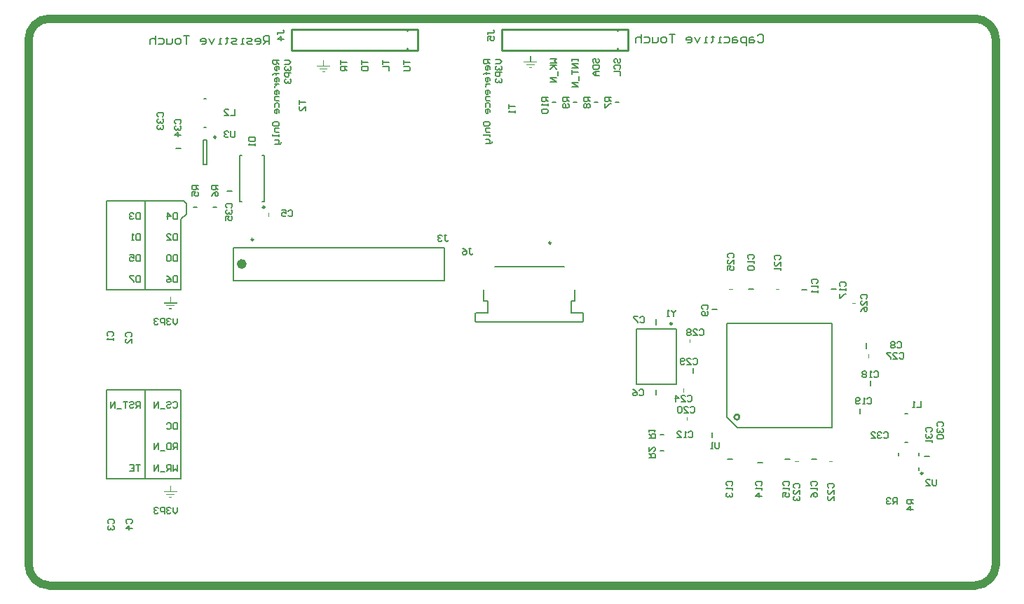
<source format=gbo>
%FSLAX24Y24*%
%MOIN*%
G70*
G01*
G75*
G04 Layer_Color=32896*
%ADD10C,0.0060*%
%ADD11C,0.0150*%
%ADD12C,0.0394*%
%ADD13C,0.0591*%
%ADD14C,0.0600*%
%ADD15C,0.0240*%
%ADD16C,0.0400*%
%ADD17C,0.0640*%
G04:AMPARAMS|DCode=18|XSize=80mil|YSize=80mil|CornerRadius=0mil|HoleSize=0mil|Usage=FLASHONLY|Rotation=0.000|XOffset=0mil|YOffset=0mil|HoleType=Round|Shape=Relief|Width=8mil|Gap=10mil|Entries=4|*
%AMTHD18*
7,0,0,0.0800,0.0600,0.0080,45*
%
%ADD18THD18*%
%ADD19C,0.1490*%
%ADD20C,0.0340*%
G04:AMPARAMS|DCode=21|XSize=50mil|YSize=50mil|CornerRadius=0mil|HoleSize=0mil|Usage=FLASHONLY|Rotation=0.000|XOffset=0mil|YOffset=0mil|HoleType=Round|Shape=Relief|Width=8mil|Gap=10mil|Entries=4|*
%AMTHD21*
7,0,0,0.0500,0.0300,0.0080,45*
%
%ADD21THD21*%
%ADD22R,0.0551X0.0709*%
G04:AMPARAMS|DCode=23|XSize=25.6mil|YSize=23.6mil|CornerRadius=5.9mil|HoleSize=0mil|Usage=FLASHONLY|Rotation=180.000|XOffset=0mil|YOffset=0mil|HoleType=Round|Shape=RoundedRectangle|*
%AMROUNDEDRECTD23*
21,1,0.0256,0.0118,0,0,180.0*
21,1,0.0138,0.0236,0,0,180.0*
1,1,0.0118,-0.0069,0.0059*
1,1,0.0118,0.0069,0.0059*
1,1,0.0118,0.0069,-0.0059*
1,1,0.0118,-0.0069,-0.0059*
%
%ADD23ROUNDEDRECTD23*%
%ADD24R,0.0984X0.0354*%
%ADD25R,0.0098X0.0315*%
%ADD26R,0.0236X0.0748*%
%ADD27R,0.0827X0.1102*%
%ADD28R,0.0433X0.0256*%
%ADD29R,0.0433X0.0097*%
%ADD30R,0.0433X0.0097*%
%ADD31R,0.0097X0.0433*%
%ADD32R,0.0433X0.1260*%
%ADD33R,0.0138X0.0709*%
%ADD34R,0.0126X0.0709*%
%ADD35R,0.0394X0.0433*%
%ADD36R,0.0256X0.0295*%
%ADD37R,0.0669X0.0984*%
%ADD38R,0.0591X0.0512*%
%ADD39R,0.0236X0.0197*%
G04:AMPARAMS|DCode=40|XSize=25.6mil|YSize=23.6mil|CornerRadius=5.9mil|HoleSize=0mil|Usage=FLASHONLY|Rotation=270.000|XOffset=0mil|YOffset=0mil|HoleType=Round|Shape=RoundedRectangle|*
%AMROUNDEDRECTD40*
21,1,0.0256,0.0118,0,0,270.0*
21,1,0.0138,0.0236,0,0,270.0*
1,1,0.0118,-0.0059,-0.0069*
1,1,0.0118,-0.0059,0.0069*
1,1,0.0118,0.0059,0.0069*
1,1,0.0118,0.0059,-0.0069*
%
%ADD40ROUNDEDRECTD40*%
%ADD41R,0.0197X0.0236*%
%ADD42C,0.0100*%
%ADD43C,0.0120*%
%ADD44C,0.0200*%
%ADD45C,0.0140*%
%ADD46C,0.0651*%
%ADD47C,0.0030*%
%ADD48C,0.0660*%
%ADD49R,0.0611X0.0769*%
G04:AMPARAMS|DCode=50|XSize=31.6mil|YSize=29.6mil|CornerRadius=8.9mil|HoleSize=0mil|Usage=FLASHONLY|Rotation=180.000|XOffset=0mil|YOffset=0mil|HoleType=Round|Shape=RoundedRectangle|*
%AMROUNDEDRECTD50*
21,1,0.0316,0.0118,0,0,180.0*
21,1,0.0138,0.0296,0,0,180.0*
1,1,0.0178,-0.0069,0.0059*
1,1,0.0178,0.0069,0.0059*
1,1,0.0178,0.0069,-0.0059*
1,1,0.0178,-0.0069,-0.0059*
%
%ADD50ROUNDEDRECTD50*%
%ADD51R,0.1039X0.0409*%
%ADD52R,0.0154X0.0370*%
%ADD53R,0.0296X0.0808*%
%ADD54R,0.0887X0.1162*%
%ADD55R,0.0493X0.0316*%
%ADD56R,0.0473X0.0137*%
%ADD57R,0.0473X0.0137*%
%ADD58R,0.0137X0.0473*%
%ADD59R,0.0493X0.1320*%
%ADD60R,0.0185X0.0756*%
%ADD61R,0.0173X0.0756*%
%ADD62R,0.0454X0.0493*%
%ADD63R,0.0316X0.0355*%
%ADD64R,0.0729X0.1044*%
%ADD65R,0.0651X0.0572*%
%ADD66R,0.0296X0.0257*%
G04:AMPARAMS|DCode=67|XSize=31.6mil|YSize=29.6mil|CornerRadius=8.9mil|HoleSize=0mil|Usage=FLASHONLY|Rotation=270.000|XOffset=0mil|YOffset=0mil|HoleType=Round|Shape=RoundedRectangle|*
%AMROUNDEDRECTD67*
21,1,0.0316,0.0118,0,0,270.0*
21,1,0.0138,0.0296,0,0,270.0*
1,1,0.0178,-0.0059,-0.0069*
1,1,0.0178,-0.0059,0.0069*
1,1,0.0178,0.0059,0.0069*
1,1,0.0178,0.0059,-0.0069*
%
%ADD67ROUNDEDRECTD67*%
%ADD68R,0.0257X0.0296*%
%ADD69C,0.0300*%
%ADD70C,0.0098*%
%ADD71C,0.0236*%
%ADD72C,0.0079*%
%ADD73C,0.0059*%
%ADD74C,0.0047*%
G36*
X23933Y24645D02*
X23806Y24645D01*
X23806Y24693D01*
X23933Y24693D01*
X23933Y24645D01*
X23933Y24645D02*
G37*
G36*
X24060Y24782D02*
X23678Y24782D01*
X23678Y24830D01*
X24060Y24830D01*
X24060Y24782D01*
X24060Y24782D02*
G37*
G36*
X23893Y24955D02*
X24189Y24955D01*
X24189Y24907D01*
X23553Y24907D01*
X23553Y24955D01*
X23850Y24955D01*
X23850Y25221D01*
X23893Y25221D01*
X23893Y24955D01*
X23893Y24955D02*
G37*
G36*
X14093Y24445D02*
X13966Y24445D01*
X13966Y24493D01*
X14093Y24493D01*
X14093Y24445D01*
X14093Y24445D02*
G37*
G36*
X14220Y24582D02*
X13838Y24582D01*
X13838Y24630D01*
X14220Y24630D01*
X14220Y24582D01*
X14220Y24582D02*
G37*
G36*
X14053Y24755D02*
X14349Y24755D01*
X14349Y24707D01*
X13713Y24707D01*
X13713Y24755D01*
X14010Y24755D01*
X14010Y25021D01*
X14053Y25021D01*
X14053Y24755D01*
X14053Y24755D02*
G37*
G36*
X6814Y4180D02*
X6687Y4180D01*
X6687Y4228D01*
X6814Y4228D01*
X6814Y4180D01*
X6814Y4180D02*
G37*
G36*
X6941Y4317D02*
X6559Y4317D01*
X6559Y4365D01*
X6941Y4365D01*
X6941Y4317D01*
X6941Y4317D02*
G37*
G36*
X6773Y4490D02*
X7070Y4490D01*
X7070Y4442D01*
X6434Y4442D01*
X6434Y4490D01*
X6731Y4490D01*
X6731Y4756D01*
X6773Y4756D01*
X6773Y4490D01*
X6773Y4490D02*
G37*
G36*
X6814Y13165D02*
X6687Y13165D01*
X6687Y13213D01*
X6814Y13213D01*
X6814Y13165D01*
X6814Y13165D02*
G37*
G36*
X6941Y13302D02*
X6559Y13302D01*
X6559Y13350D01*
X6941Y13350D01*
X6941Y13302D01*
X6941Y13302D02*
G37*
G36*
X6773Y13475D02*
X7070Y13475D01*
X7070Y13427D01*
X6434Y13427D01*
X6434Y13475D01*
X6731Y13475D01*
X6731Y13741D01*
X6773Y13741D01*
X6773Y13475D01*
X6773Y13475D02*
G37*
D10*
X9440Y18787D02*
X9676Y18787D01*
X29857Y9079D02*
X29857Y9315D01*
X29850Y12432D02*
X29850Y12668D01*
X39834Y11299D02*
X39834Y11535D01*
X32495Y13157D02*
X32731Y13157D01*
X34243Y14134D02*
X34480Y14134D01*
X36763Y14094D02*
X36999Y14094D01*
X32511Y7047D02*
X32511Y7283D01*
X33235Y6024D02*
X33472Y6024D01*
X34669Y5866D02*
X34905Y5866D01*
X35960Y6024D02*
X36196Y6024D01*
X37235Y6024D02*
X37472Y6024D01*
X38165Y14134D02*
X38401Y14134D01*
X40047Y9502D02*
X40047Y9738D01*
X39550Y8197D02*
X39550Y8433D01*
X31598Y10118D02*
X31598Y10354D01*
X42607Y6139D02*
X42843Y6139D01*
X7015Y20824D02*
X7251Y20824D01*
X7250Y18320D02*
X7370Y18320D01*
X7500Y18190D01*
X7250Y14100D02*
X7250Y17440D01*
X7500Y17690D01*
X3700Y14100D02*
X3700Y18320D01*
X3700Y14100D02*
X7250Y14100D01*
X7500Y17690D02*
X7500Y18190D01*
X3700Y18320D02*
X7250Y18320D01*
X5550Y14110D02*
X5550Y18320D01*
X5540Y5100D02*
X5550Y5110D01*
X5550Y9320D01*
X3700Y9320D02*
X7250Y9320D01*
X7250Y5100D02*
X7250Y9320D01*
X3700Y5100D02*
X7250Y5100D01*
X3700Y5100D02*
X3700Y9320D01*
X30770Y13130D02*
X30770Y13080D01*
X30670Y12980D01*
X30570Y13080D01*
X30570Y13130D01*
X30670Y12980D02*
X30670Y12830D01*
X30470Y12830D02*
X30370Y12830D01*
X30420Y12830D01*
X30420Y13130D01*
X30470Y13080D01*
X24700Y23250D02*
X24400Y23250D01*
X24400Y23100D01*
X24450Y23050D01*
X24550Y23050D01*
X24600Y23100D01*
X24600Y23250D01*
X24600Y23150D02*
X24700Y23050D01*
X24700Y22950D02*
X24700Y22850D01*
X24700Y22900D01*
X24400Y22900D01*
X24450Y22950D01*
X24450Y22700D02*
X24400Y22650D01*
X24400Y22550D01*
X24450Y22500D01*
X24650Y22500D01*
X24700Y22550D01*
X24700Y22650D01*
X24650Y22700D01*
X24450Y22700D01*
X43180Y5060D02*
X43180Y4810D01*
X43130Y4760D01*
X43030Y4760D01*
X42980Y4810D01*
X42980Y5060D01*
X42680Y4760D02*
X42880Y4760D01*
X42680Y4960D01*
X42680Y5010D01*
X42730Y5060D01*
X42830Y5060D01*
X42880Y5010D01*
X20930Y16060D02*
X21030Y16060D01*
X20980Y16060D01*
X20980Y15810D01*
X21030Y15760D01*
X21080Y15760D01*
X21130Y15810D01*
X20630Y16060D02*
X20730Y16010D01*
X20830Y15910D01*
X20830Y15810D01*
X20780Y15760D01*
X20680Y15760D01*
X20630Y15810D01*
X20630Y15860D01*
X20680Y15910D01*
X20830Y15910D01*
X9820Y21648D02*
X9820Y21398D01*
X9770Y21348D01*
X9670Y21348D01*
X9620Y21398D01*
X9620Y21648D01*
X9520Y21598D02*
X9470Y21648D01*
X9370Y21648D01*
X9320Y21598D01*
X9320Y21548D01*
X9370Y21498D01*
X9420Y21498D01*
X9370Y21498D01*
X9320Y21448D01*
X9320Y21398D01*
X9370Y21348D01*
X9470Y21348D01*
X9520Y21398D01*
X32850Y6830D02*
X32850Y6580D01*
X32800Y6530D01*
X32700Y6530D01*
X32650Y6580D01*
X32650Y6830D01*
X32550Y6530D02*
X32450Y6530D01*
X32500Y6530D01*
X32500Y6830D01*
X32550Y6780D01*
X9810Y22700D02*
X9810Y22400D01*
X9610Y22400D01*
X9310Y22400D02*
X9510Y22400D01*
X9310Y22600D01*
X9310Y22650D01*
X9360Y22700D01*
X9460Y22700D01*
X9510Y22650D01*
X11855Y26255D02*
X11855Y26355D01*
X11855Y26305D01*
X12105Y26305D01*
X12155Y26355D01*
X12155Y26405D01*
X12105Y26455D01*
X12155Y26005D02*
X11855Y26005D01*
X12005Y26155D01*
X12005Y25955D01*
X21855Y26255D02*
X21855Y26355D01*
X21855Y26305D01*
X22105Y26305D01*
X22155Y26355D01*
X22155Y26405D01*
X22105Y26455D01*
X21855Y25955D02*
X21855Y26155D01*
X22005Y26155D01*
X21955Y26055D01*
X21955Y26005D01*
X22005Y25955D01*
X22105Y25955D01*
X22155Y26005D01*
X22155Y26105D01*
X22105Y26155D01*
X19770Y16700D02*
X19870Y16700D01*
X19820Y16700D01*
X19820Y16450D01*
X19870Y16400D01*
X19920Y16400D01*
X19970Y16450D01*
X19670Y16650D02*
X19620Y16700D01*
X19520Y16700D01*
X19470Y16650D01*
X19470Y16600D01*
X19520Y16550D01*
X19570Y16550D01*
X19520Y16550D01*
X19470Y16500D01*
X19470Y16450D01*
X19520Y16400D01*
X19620Y16400D01*
X19670Y16450D01*
X12860Y23130D02*
X12860Y22930D01*
X12860Y23030D01*
X13160Y23030D01*
X13160Y22630D02*
X13160Y22830D01*
X12960Y22630D01*
X12910Y22630D01*
X12860Y22680D01*
X12860Y22780D01*
X12910Y22830D01*
X42090Y4080D02*
X41790Y4080D01*
X41790Y3930D01*
X41840Y3880D01*
X41940Y3880D01*
X41990Y3930D01*
X41990Y4080D01*
X41990Y3980D02*
X42090Y3880D01*
X42090Y3630D02*
X41790Y3630D01*
X41940Y3780D01*
X41940Y3580D01*
X10480Y21340D02*
X10780Y21340D01*
X10780Y21190D01*
X10730Y21140D01*
X10530Y21140D01*
X10480Y21190D01*
X10480Y21340D01*
X10780Y21040D02*
X10780Y20940D01*
X10780Y20990D01*
X10480Y20990D01*
X10530Y21040D01*
X6170Y22320D02*
X6120Y22370D01*
X6120Y22470D01*
X6170Y22520D01*
X6370Y22520D01*
X6420Y22470D01*
X6420Y22370D01*
X6370Y22320D01*
X6170Y22220D02*
X6120Y22170D01*
X6120Y22070D01*
X6170Y22020D01*
X6220Y22020D01*
X6270Y22070D01*
X6270Y22120D01*
X6270Y22070D01*
X6320Y22020D01*
X6370Y22020D01*
X6420Y22070D01*
X6420Y22170D01*
X6370Y22220D01*
X6170Y21920D02*
X6120Y21870D01*
X6120Y21770D01*
X6170Y21720D01*
X6220Y21720D01*
X6270Y21770D01*
X6270Y21820D01*
X6270Y21770D01*
X6320Y21720D01*
X6370Y21720D01*
X6420Y21770D01*
X6420Y21870D01*
X6370Y21920D01*
X9430Y17990D02*
X9380Y18040D01*
X9380Y18140D01*
X9430Y18190D01*
X9630Y18190D01*
X9680Y18140D01*
X9680Y18040D01*
X9630Y17990D01*
X9430Y17890D02*
X9380Y17840D01*
X9380Y17740D01*
X9430Y17690D01*
X9480Y17690D01*
X9530Y17740D01*
X9530Y17790D01*
X9530Y17740D01*
X9580Y17690D01*
X9630Y17690D01*
X9680Y17740D01*
X9680Y17840D01*
X9630Y17890D01*
X9380Y17390D02*
X9380Y17590D01*
X9530Y17590D01*
X9480Y17490D01*
X9480Y17440D01*
X9530Y17390D01*
X9630Y17390D01*
X9680Y17440D01*
X9680Y17540D01*
X9630Y17590D01*
X31893Y12153D02*
X31943Y12203D01*
X32043Y12203D01*
X32093Y12153D01*
X32093Y11954D01*
X32043Y11904D01*
X31943Y11904D01*
X31893Y11954D01*
X31593Y11904D02*
X31793Y11904D01*
X31593Y12103D01*
X31593Y12153D01*
X31643Y12203D01*
X31743Y12203D01*
X31793Y12153D01*
X31493Y12153D02*
X31443Y12203D01*
X31343Y12203D01*
X31293Y12153D01*
X31293Y12103D01*
X31343Y12054D01*
X31293Y12004D01*
X31293Y11954D01*
X31343Y11904D01*
X31443Y11904D01*
X31493Y11954D01*
X31493Y12004D01*
X31443Y12054D01*
X31493Y12103D01*
X31493Y12153D01*
X31443Y12054D02*
X31343Y12054D01*
X3790Y11880D02*
X3740Y11930D01*
X3740Y12030D01*
X3790Y12080D01*
X3990Y12080D01*
X4040Y12030D01*
X4040Y11930D01*
X3990Y11880D01*
X4040Y11780D02*
X4040Y11680D01*
X4040Y11730D01*
X3740Y11730D01*
X3790Y11780D01*
X4660Y11850D02*
X4610Y11900D01*
X4610Y12000D01*
X4660Y12050D01*
X4860Y12050D01*
X4910Y12000D01*
X4910Y11900D01*
X4860Y11850D01*
X4910Y11550D02*
X4910Y11750D01*
X4710Y11550D01*
X4660Y11550D01*
X4610Y11600D01*
X4610Y11700D01*
X4660Y11750D01*
X3820Y2940D02*
X3770Y2990D01*
X3770Y3090D01*
X3820Y3140D01*
X4020Y3140D01*
X4070Y3090D01*
X4070Y2990D01*
X4020Y2940D01*
X3820Y2840D02*
X3770Y2790D01*
X3770Y2690D01*
X3820Y2640D01*
X3870Y2640D01*
X3920Y2690D01*
X3920Y2740D01*
X3920Y2690D01*
X3970Y2640D01*
X4020Y2640D01*
X4070Y2690D01*
X4070Y2790D01*
X4020Y2840D01*
X4680Y2960D02*
X4630Y3010D01*
X4630Y3110D01*
X4680Y3160D01*
X4880Y3160D01*
X4930Y3110D01*
X4930Y3010D01*
X4880Y2960D01*
X4930Y2710D02*
X4630Y2710D01*
X4780Y2860D01*
X4780Y2660D01*
X12350Y17830D02*
X12400Y17880D01*
X12500Y17880D01*
X12550Y17830D01*
X12550Y17630D01*
X12500Y17580D01*
X12400Y17580D01*
X12350Y17630D01*
X12050Y17880D02*
X12250Y17880D01*
X12250Y17730D01*
X12150Y17780D01*
X12100Y17780D01*
X12050Y17730D01*
X12050Y17630D01*
X12100Y17580D01*
X12200Y17580D01*
X12250Y17630D01*
X29030Y9290D02*
X29080Y9340D01*
X29180Y9340D01*
X29230Y9290D01*
X29230Y9090D01*
X29180Y9040D01*
X29080Y9040D01*
X29030Y9090D01*
X28730Y9340D02*
X28830Y9290D01*
X28930Y9190D01*
X28930Y9090D01*
X28880Y9040D01*
X28780Y9040D01*
X28730Y9090D01*
X28730Y9140D01*
X28780Y9190D01*
X28930Y9190D01*
X29090Y12760D02*
X29140Y12810D01*
X29240Y12810D01*
X29290Y12760D01*
X29290Y12560D01*
X29240Y12510D01*
X29140Y12510D01*
X29090Y12560D01*
X28990Y12810D02*
X28790Y12810D01*
X28790Y12760D01*
X28990Y12560D01*
X28990Y12510D01*
X41295Y11557D02*
X41345Y11607D01*
X41445Y11607D01*
X41495Y11557D01*
X41495Y11357D01*
X41445Y11307D01*
X41345Y11307D01*
X41295Y11357D01*
X41195Y11557D02*
X41145Y11607D01*
X41045Y11607D01*
X40995Y11557D01*
X40995Y11507D01*
X41045Y11457D01*
X40995Y11407D01*
X40995Y11357D01*
X41045Y11307D01*
X41145Y11307D01*
X41195Y11357D01*
X41195Y11407D01*
X41145Y11457D01*
X41195Y11507D01*
X41195Y11557D01*
X41145Y11457D02*
X41045Y11457D01*
X32070Y13160D02*
X32020Y13210D01*
X32020Y13310D01*
X32070Y13360D01*
X32270Y13360D01*
X32320Y13310D01*
X32320Y13210D01*
X32270Y13160D01*
X32270Y13060D02*
X32320Y13010D01*
X32320Y12910D01*
X32270Y12860D01*
X32070Y12860D01*
X32020Y12910D01*
X32020Y13010D01*
X32070Y13060D01*
X32120Y13060D01*
X32170Y13010D01*
X32170Y12860D01*
X34253Y15564D02*
X34203Y15614D01*
X34203Y15714D01*
X34253Y15764D01*
X34453Y15764D01*
X34503Y15714D01*
X34503Y15614D01*
X34453Y15564D01*
X34503Y15464D02*
X34503Y15364D01*
X34503Y15414D01*
X34203Y15414D01*
X34253Y15464D01*
X34253Y15214D02*
X34203Y15164D01*
X34203Y15064D01*
X34253Y15014D01*
X34453Y15014D01*
X34503Y15064D01*
X34503Y15164D01*
X34453Y15214D01*
X34253Y15214D01*
X37290Y14390D02*
X37240Y14440D01*
X37240Y14540D01*
X37290Y14590D01*
X37490Y14590D01*
X37540Y14540D01*
X37540Y14440D01*
X37490Y14390D01*
X37540Y14290D02*
X37540Y14190D01*
X37540Y14240D01*
X37240Y14240D01*
X37290Y14290D01*
X37540Y14040D02*
X37540Y13940D01*
X37540Y13990D01*
X37240Y13990D01*
X37290Y14040D01*
X31390Y7290D02*
X31440Y7340D01*
X31540Y7340D01*
X31590Y7290D01*
X31590Y7090D01*
X31540Y7040D01*
X31440Y7040D01*
X31390Y7090D01*
X31290Y7040D02*
X31190Y7040D01*
X31240Y7040D01*
X31240Y7340D01*
X31290Y7290D01*
X30840Y7040D02*
X31040Y7040D01*
X30840Y7240D01*
X30840Y7290D01*
X30890Y7340D01*
X30990Y7340D01*
X31040Y7290D01*
X33230Y4761D02*
X33180Y4811D01*
X33180Y4911D01*
X33230Y4961D01*
X33430Y4961D01*
X33480Y4911D01*
X33480Y4811D01*
X33430Y4761D01*
X33480Y4661D02*
X33480Y4561D01*
X33480Y4611D01*
X33180Y4611D01*
X33230Y4661D01*
X33230Y4411D02*
X33180Y4361D01*
X33180Y4261D01*
X33230Y4211D01*
X33280Y4211D01*
X33330Y4261D01*
X33330Y4311D01*
X33330Y4261D01*
X33380Y4211D01*
X33430Y4211D01*
X33480Y4261D01*
X33480Y4361D01*
X33430Y4411D01*
X34640Y4761D02*
X34590Y4811D01*
X34590Y4911D01*
X34640Y4961D01*
X34840Y4961D01*
X34890Y4911D01*
X34890Y4811D01*
X34840Y4761D01*
X34890Y4661D02*
X34890Y4561D01*
X34890Y4611D01*
X34590Y4611D01*
X34640Y4661D01*
X34890Y4261D02*
X34590Y4261D01*
X34740Y4411D01*
X34740Y4211D01*
X35930Y4761D02*
X35880Y4811D01*
X35880Y4911D01*
X35930Y4961D01*
X36130Y4961D01*
X36180Y4911D01*
X36180Y4811D01*
X36130Y4761D01*
X36180Y4661D02*
X36180Y4561D01*
X36180Y4611D01*
X35880Y4611D01*
X35930Y4661D01*
X35880Y4211D02*
X35880Y4411D01*
X36030Y4411D01*
X35980Y4311D01*
X35980Y4261D01*
X36030Y4211D01*
X36130Y4211D01*
X36180Y4261D01*
X36180Y4361D01*
X36130Y4411D01*
X37245Y4761D02*
X37195Y4811D01*
X37195Y4911D01*
X37245Y4961D01*
X37445Y4961D01*
X37495Y4911D01*
X37495Y4811D01*
X37445Y4761D01*
X37495Y4661D02*
X37495Y4561D01*
X37495Y4611D01*
X37195Y4611D01*
X37245Y4661D01*
X37195Y4211D02*
X37245Y4311D01*
X37345Y4411D01*
X37445Y4411D01*
X37495Y4361D01*
X37495Y4261D01*
X37445Y4211D01*
X37395Y4211D01*
X37345Y4261D01*
X37345Y4411D01*
X38610Y14240D02*
X38560Y14290D01*
X38560Y14390D01*
X38610Y14440D01*
X38810Y14440D01*
X38860Y14390D01*
X38860Y14290D01*
X38810Y14240D01*
X38860Y14140D02*
X38860Y14040D01*
X38860Y14090D01*
X38560Y14090D01*
X38610Y14140D01*
X38560Y13890D02*
X38560Y13690D01*
X38610Y13690D01*
X38810Y13890D01*
X38860Y13890D01*
X40200Y10160D02*
X40250Y10210D01*
X40350Y10210D01*
X40400Y10160D01*
X40400Y9960D01*
X40350Y9910D01*
X40250Y9910D01*
X40200Y9960D01*
X40100Y9910D02*
X40000Y9910D01*
X40050Y9910D01*
X40050Y10210D01*
X40100Y10160D01*
X39850Y10160D02*
X39800Y10210D01*
X39700Y10210D01*
X39650Y10160D01*
X39650Y10110D01*
X39700Y10060D01*
X39650Y10010D01*
X39650Y9960D01*
X39700Y9910D01*
X39800Y9910D01*
X39850Y9960D01*
X39850Y10010D01*
X39800Y10060D01*
X39850Y10110D01*
X39850Y10160D01*
X39800Y10060D02*
X39700Y10060D01*
X39880Y8890D02*
X39930Y8940D01*
X40030Y8940D01*
X40080Y8890D01*
X40080Y8690D01*
X40030Y8640D01*
X39930Y8640D01*
X39880Y8690D01*
X39780Y8640D02*
X39680Y8640D01*
X39730Y8640D01*
X39730Y8940D01*
X39780Y8890D01*
X39530Y8690D02*
X39480Y8640D01*
X39380Y8640D01*
X39330Y8690D01*
X39330Y8890D01*
X39380Y8940D01*
X39480Y8940D01*
X39530Y8890D01*
X39530Y8840D01*
X39480Y8790D01*
X39330Y8790D01*
X31467Y8471D02*
X31517Y8521D01*
X31617Y8521D01*
X31667Y8471D01*
X31667Y8271D01*
X31617Y8221D01*
X31517Y8221D01*
X31467Y8271D01*
X31167Y8221D02*
X31367Y8221D01*
X31167Y8421D01*
X31167Y8471D01*
X31217Y8521D01*
X31317Y8521D01*
X31367Y8471D01*
X31067Y8471D02*
X31017Y8521D01*
X30917Y8521D01*
X30867Y8471D01*
X30867Y8271D01*
X30917Y8221D01*
X31017Y8221D01*
X31067Y8271D01*
X31067Y8471D01*
X35510Y15530D02*
X35460Y15580D01*
X35460Y15680D01*
X35510Y15730D01*
X35710Y15730D01*
X35760Y15680D01*
X35760Y15580D01*
X35710Y15530D01*
X35760Y15230D02*
X35760Y15430D01*
X35560Y15230D01*
X35510Y15230D01*
X35460Y15280D01*
X35460Y15380D01*
X35510Y15430D01*
X35760Y15130D02*
X35760Y15030D01*
X35760Y15080D01*
X35460Y15080D01*
X35510Y15130D01*
X38049Y4666D02*
X37999Y4716D01*
X37999Y4816D01*
X38049Y4866D01*
X38248Y4866D01*
X38298Y4816D01*
X38298Y4716D01*
X38248Y4666D01*
X38298Y4366D02*
X38298Y4566D01*
X38098Y4366D01*
X38049Y4366D01*
X37999Y4416D01*
X37999Y4516D01*
X38049Y4566D01*
X38298Y4066D02*
X38298Y4266D01*
X38098Y4066D01*
X38049Y4066D01*
X37999Y4116D01*
X37999Y4216D01*
X38049Y4266D01*
X36438Y4640D02*
X36388Y4690D01*
X36388Y4790D01*
X36438Y4840D01*
X36637Y4840D01*
X36687Y4790D01*
X36687Y4690D01*
X36637Y4640D01*
X36687Y4340D02*
X36687Y4540D01*
X36488Y4340D01*
X36438Y4340D01*
X36388Y4390D01*
X36388Y4490D01*
X36438Y4540D01*
X36438Y4240D02*
X36388Y4190D01*
X36388Y4090D01*
X36438Y4040D01*
X36488Y4040D01*
X36538Y4090D01*
X36538Y4140D01*
X36538Y4090D01*
X36588Y4040D01*
X36637Y4040D01*
X36687Y4090D01*
X36687Y4190D01*
X36637Y4240D01*
X31337Y9009D02*
X31387Y9059D01*
X31487Y9059D01*
X31537Y9009D01*
X31537Y8809D01*
X31487Y8759D01*
X31387Y8759D01*
X31337Y8809D01*
X31037Y8759D02*
X31237Y8759D01*
X31037Y8959D01*
X31037Y9009D01*
X31087Y9059D01*
X31187Y9059D01*
X31237Y9009D01*
X30787Y8759D02*
X30787Y9059D01*
X30937Y8909D01*
X30737Y8909D01*
X33300Y15610D02*
X33250Y15660D01*
X33250Y15760D01*
X33300Y15810D01*
X33500Y15810D01*
X33550Y15760D01*
X33550Y15660D01*
X33500Y15610D01*
X33550Y15310D02*
X33550Y15510D01*
X33350Y15310D01*
X33300Y15310D01*
X33250Y15360D01*
X33250Y15460D01*
X33300Y15510D01*
X33250Y15010D02*
X33250Y15210D01*
X33400Y15210D01*
X33350Y15110D01*
X33350Y15060D01*
X33400Y15010D01*
X33500Y15010D01*
X33550Y15060D01*
X33550Y15160D01*
X33500Y15210D01*
X39634Y13654D02*
X39584Y13704D01*
X39584Y13804D01*
X39634Y13854D01*
X39834Y13854D01*
X39884Y13804D01*
X39884Y13704D01*
X39834Y13654D01*
X39884Y13354D02*
X39884Y13554D01*
X39684Y13354D01*
X39634Y13354D01*
X39584Y13404D01*
X39584Y13504D01*
X39634Y13554D01*
X39584Y13054D02*
X39634Y13154D01*
X39734Y13254D01*
X39834Y13254D01*
X39884Y13204D01*
X39884Y13104D01*
X39834Y13054D01*
X39784Y13054D01*
X39734Y13104D01*
X39734Y13254D01*
X41423Y11050D02*
X41473Y11100D01*
X41573Y11100D01*
X41623Y11050D01*
X41623Y10850D01*
X41573Y10800D01*
X41473Y10800D01*
X41423Y10850D01*
X41123Y10800D02*
X41323Y10800D01*
X41123Y11000D01*
X41123Y11050D01*
X41173Y11100D01*
X41273Y11100D01*
X41323Y11050D01*
X41023Y11100D02*
X40823Y11100D01*
X40823Y11050D01*
X41023Y10850D01*
X41023Y10800D01*
X31600Y10780D02*
X31650Y10830D01*
X31750Y10830D01*
X31800Y10780D01*
X31800Y10580D01*
X31750Y10530D01*
X31650Y10530D01*
X31600Y10580D01*
X31300Y10530D02*
X31500Y10530D01*
X31300Y10730D01*
X31300Y10780D01*
X31350Y10830D01*
X31450Y10830D01*
X31500Y10780D01*
X31200Y10580D02*
X31150Y10530D01*
X31050Y10530D01*
X31000Y10580D01*
X31000Y10780D01*
X31050Y10830D01*
X31150Y10830D01*
X31200Y10780D01*
X31200Y10730D01*
X31150Y10680D01*
X31000Y10680D01*
X43250Y7580D02*
X43200Y7630D01*
X43200Y7730D01*
X43250Y7780D01*
X43450Y7780D01*
X43500Y7730D01*
X43500Y7630D01*
X43450Y7580D01*
X43250Y7480D02*
X43200Y7430D01*
X43200Y7330D01*
X43250Y7280D01*
X43300Y7280D01*
X43350Y7330D01*
X43350Y7380D01*
X43350Y7330D01*
X43400Y7280D01*
X43450Y7280D01*
X43500Y7330D01*
X43500Y7430D01*
X43450Y7480D01*
X43250Y7180D02*
X43200Y7130D01*
X43200Y7030D01*
X43250Y6980D01*
X43450Y6980D01*
X43500Y7030D01*
X43500Y7130D01*
X43450Y7180D01*
X43250Y7180D01*
X42720Y7320D02*
X42670Y7370D01*
X42670Y7470D01*
X42720Y7520D01*
X42920Y7520D01*
X42970Y7470D01*
X42970Y7370D01*
X42920Y7320D01*
X42720Y7220D02*
X42670Y7170D01*
X42670Y7070D01*
X42720Y7020D01*
X42770Y7020D01*
X42820Y7070D01*
X42820Y7120D01*
X42820Y7070D01*
X42870Y7020D01*
X42920Y7020D01*
X42970Y7070D01*
X42970Y7170D01*
X42920Y7220D01*
X42970Y6920D02*
X42970Y6820D01*
X42970Y6870D01*
X42670Y6870D01*
X42720Y6920D01*
X40670Y7260D02*
X40720Y7310D01*
X40820Y7310D01*
X40870Y7260D01*
X40870Y7060D01*
X40820Y7010D01*
X40720Y7010D01*
X40670Y7060D01*
X40570Y7260D02*
X40520Y7310D01*
X40420Y7310D01*
X40370Y7260D01*
X40370Y7210D01*
X40420Y7160D01*
X40470Y7160D01*
X40420Y7160D01*
X40370Y7110D01*
X40370Y7060D01*
X40420Y7010D01*
X40520Y7010D01*
X40570Y7060D01*
X40070Y7010D02*
X40270Y7010D01*
X40070Y7210D01*
X40070Y7260D01*
X40120Y7310D01*
X40220Y7310D01*
X40270Y7260D01*
X7001Y21990D02*
X6951Y22040D01*
X6951Y22140D01*
X7001Y22190D01*
X7201Y22190D01*
X7251Y22140D01*
X7251Y22040D01*
X7201Y21990D01*
X7001Y21890D02*
X6951Y21840D01*
X6951Y21740D01*
X7001Y21690D01*
X7051Y21690D01*
X7101Y21740D01*
X7101Y21790D01*
X7101Y21740D01*
X7151Y21690D01*
X7201Y21690D01*
X7251Y21740D01*
X7251Y21840D01*
X7201Y21890D01*
X7251Y21440D02*
X6951Y21440D01*
X7101Y21590D01*
X7101Y21390D01*
X42450Y8780D02*
X42450Y8480D01*
X42250Y8480D01*
X42150Y8480D02*
X42050Y8480D01*
X42100Y8480D01*
X42100Y8780D01*
X42150Y8730D01*
X29510Y7020D02*
X29810Y7020D01*
X29810Y7170D01*
X29760Y7220D01*
X29660Y7220D01*
X29610Y7170D01*
X29610Y7020D01*
X29610Y7120D02*
X29510Y7220D01*
X29510Y7320D02*
X29510Y7420D01*
X29510Y7370D01*
X29810Y7370D01*
X29760Y7320D01*
X29500Y6088D02*
X29800Y6088D01*
X29800Y6238D01*
X29750Y6288D01*
X29650Y6288D01*
X29600Y6238D01*
X29600Y6088D01*
X29600Y6188D02*
X29500Y6288D01*
X29500Y6588D02*
X29500Y6388D01*
X29700Y6588D01*
X29750Y6588D01*
X29800Y6538D01*
X29800Y6438D01*
X29750Y6388D01*
X41300Y3870D02*
X41300Y4170D01*
X41150Y4170D01*
X41100Y4120D01*
X41100Y4020D01*
X41150Y3970D01*
X41300Y3970D01*
X41200Y3970D02*
X41100Y3870D01*
X41000Y4120D02*
X40950Y4170D01*
X40850Y4170D01*
X40800Y4120D01*
X40800Y4070D01*
X40850Y4020D01*
X40900Y4020D01*
X40850Y4020D01*
X40800Y3970D01*
X40800Y3920D01*
X40850Y3870D01*
X40950Y3870D01*
X41000Y3920D01*
X8080Y19039D02*
X7780Y19039D01*
X7780Y18889D01*
X7830Y18839D01*
X7930Y18839D01*
X7980Y18889D01*
X7980Y19039D01*
X7980Y18939D02*
X8080Y18839D01*
X7780Y18539D02*
X7780Y18739D01*
X7930Y18739D01*
X7880Y18639D01*
X7880Y18589D01*
X7930Y18539D01*
X8030Y18539D01*
X8080Y18589D01*
X8080Y18689D01*
X8030Y18739D01*
X9020Y19039D02*
X8720Y19039D01*
X8720Y18889D01*
X8770Y18839D01*
X8870Y18839D01*
X8920Y18889D01*
X8920Y19039D01*
X8920Y18939D02*
X9020Y18839D01*
X8720Y18539D02*
X8770Y18639D01*
X8870Y18739D01*
X8970Y18739D01*
X9020Y18689D01*
X9020Y18589D01*
X8970Y18539D01*
X8920Y18539D01*
X8870Y18589D01*
X8870Y18739D01*
X27700Y23240D02*
X27400Y23240D01*
X27400Y23090D01*
X27450Y23040D01*
X27550Y23040D01*
X27600Y23090D01*
X27600Y23240D01*
X27600Y23140D02*
X27700Y23040D01*
X27400Y22940D02*
X27400Y22740D01*
X27450Y22740D01*
X27650Y22940D01*
X27700Y22940D01*
X26700Y23250D02*
X26400Y23250D01*
X26400Y23100D01*
X26450Y23050D01*
X26550Y23050D01*
X26600Y23100D01*
X26600Y23250D01*
X26600Y23150D02*
X26700Y23050D01*
X26450Y22950D02*
X26400Y22900D01*
X26400Y22800D01*
X26450Y22750D01*
X26500Y22750D01*
X26550Y22800D01*
X26600Y22750D01*
X26650Y22750D01*
X26700Y22800D01*
X26700Y22900D01*
X26650Y22950D01*
X26600Y22950D01*
X26550Y22900D01*
X26500Y22950D01*
X26450Y22950D01*
X26550Y22900D02*
X26550Y22800D01*
X25700Y23250D02*
X25400Y23250D01*
X25400Y23100D01*
X25450Y23050D01*
X25550Y23050D01*
X25600Y23100D01*
X25600Y23250D01*
X25600Y23150D02*
X25700Y23050D01*
X25650Y22950D02*
X25700Y22900D01*
X25700Y22800D01*
X25650Y22750D01*
X25450Y22750D01*
X25400Y22800D01*
X25400Y22900D01*
X25450Y22950D01*
X25500Y22950D01*
X25550Y22900D01*
X25550Y22750D01*
X22850Y22910D02*
X22850Y22710D01*
X22850Y22810D01*
X23150Y22810D01*
X23150Y22610D02*
X23150Y22510D01*
X23150Y22560D01*
X22850Y22560D01*
X22900Y22610D01*
X7060Y3730D02*
X7060Y3530D01*
X6960Y3430D01*
X6860Y3530D01*
X6860Y3730D01*
X6760Y3680D02*
X6710Y3730D01*
X6610Y3730D01*
X6560Y3680D01*
X6560Y3630D01*
X6610Y3580D01*
X6660Y3580D01*
X6610Y3580D01*
X6560Y3530D01*
X6560Y3480D01*
X6610Y3430D01*
X6710Y3430D01*
X6760Y3480D01*
X6460Y3430D02*
X6460Y3730D01*
X6310Y3730D01*
X6260Y3680D01*
X6260Y3580D01*
X6310Y3530D01*
X6460Y3530D01*
X6160Y3680D02*
X6110Y3730D01*
X6010Y3730D01*
X5960Y3680D01*
X5960Y3630D01*
X6010Y3580D01*
X6060Y3580D01*
X6010Y3580D01*
X5960Y3530D01*
X5960Y3480D01*
X6010Y3430D01*
X6110Y3430D01*
X6160Y3480D01*
X11910Y25020D02*
X11610Y25020D01*
X11610Y24870D01*
X11660Y24820D01*
X11760Y24820D01*
X11810Y24870D01*
X11810Y25020D01*
X11810Y24920D02*
X11910Y24820D01*
X11910Y24570D02*
X11910Y24670D01*
X11860Y24720D01*
X11760Y24720D01*
X11710Y24670D01*
X11710Y24570D01*
X11760Y24520D01*
X11810Y24520D01*
X11810Y24720D01*
X11910Y24370D02*
X11660Y24370D01*
X11760Y24370D01*
X11760Y24420D01*
X11760Y24320D01*
X11760Y24370D01*
X11660Y24370D01*
X11610Y24320D01*
X11910Y24020D02*
X11910Y24120D01*
X11860Y24170D01*
X11760Y24170D01*
X11710Y24120D01*
X11710Y24020D01*
X11760Y23970D01*
X11810Y23970D01*
X11810Y24170D01*
X11710Y23870D02*
X11910Y23870D01*
X11810Y23870D01*
X11760Y23820D01*
X11710Y23770D01*
X11710Y23720D01*
X11910Y23421D02*
X11910Y23520D01*
X11860Y23570D01*
X11760Y23570D01*
X11710Y23520D01*
X11710Y23421D01*
X11760Y23371D01*
X11810Y23371D01*
X11810Y23570D01*
X11910Y23271D02*
X11710Y23271D01*
X11710Y23121D01*
X11760Y23071D01*
X11910Y23071D01*
X11710Y22771D02*
X11710Y22921D01*
X11760Y22971D01*
X11860Y22971D01*
X11910Y22921D01*
X11910Y22771D01*
X11910Y22521D02*
X11910Y22621D01*
X11860Y22671D01*
X11760Y22671D01*
X11710Y22621D01*
X11710Y22521D01*
X11760Y22471D01*
X11810Y22471D01*
X11810Y22671D01*
X11610Y21921D02*
X11610Y22021D01*
X11660Y22071D01*
X11860Y22071D01*
X11910Y22021D01*
X11910Y21921D01*
X11860Y21871D01*
X11660Y21871D01*
X11610Y21921D01*
X11910Y21771D02*
X11710Y21771D01*
X11710Y21621D01*
X11760Y21571D01*
X11910Y21571D01*
X11910Y21471D02*
X11910Y21371D01*
X11910Y21421D01*
X11610Y21421D01*
X11610Y21471D01*
X11710Y21221D02*
X11860Y21221D01*
X11910Y21171D01*
X11910Y21021D01*
X11960Y21021D01*
X12010Y21071D01*
X12010Y21121D01*
X11910Y21021D02*
X11710Y21021D01*
X21940Y25040D02*
X21640Y25040D01*
X21640Y24890D01*
X21690Y24840D01*
X21790Y24840D01*
X21840Y24890D01*
X21840Y25040D01*
X21840Y24940D02*
X21940Y24840D01*
X21940Y24590D02*
X21940Y24690D01*
X21890Y24740D01*
X21790Y24740D01*
X21740Y24690D01*
X21740Y24590D01*
X21790Y24540D01*
X21840Y24540D01*
X21840Y24740D01*
X21940Y24390D02*
X21690Y24390D01*
X21790Y24390D01*
X21790Y24440D01*
X21790Y24340D01*
X21790Y24390D01*
X21690Y24390D01*
X21640Y24340D01*
X21940Y24040D02*
X21940Y24140D01*
X21890Y24190D01*
X21790Y24190D01*
X21740Y24140D01*
X21740Y24040D01*
X21790Y23990D01*
X21840Y23990D01*
X21840Y24190D01*
X21740Y23890D02*
X21940Y23890D01*
X21840Y23890D01*
X21790Y23840D01*
X21740Y23790D01*
X21740Y23740D01*
X21940Y23441D02*
X21940Y23540D01*
X21890Y23590D01*
X21790Y23590D01*
X21740Y23540D01*
X21740Y23441D01*
X21790Y23391D01*
X21840Y23391D01*
X21840Y23590D01*
X21940Y23291D02*
X21740Y23291D01*
X21740Y23141D01*
X21790Y23091D01*
X21940Y23091D01*
X21740Y22791D02*
X21740Y22941D01*
X21790Y22991D01*
X21890Y22991D01*
X21940Y22941D01*
X21940Y22791D01*
X21940Y22541D02*
X21940Y22641D01*
X21890Y22691D01*
X21790Y22691D01*
X21740Y22641D01*
X21740Y22541D01*
X21790Y22491D01*
X21840Y22491D01*
X21840Y22691D01*
X21640Y21941D02*
X21640Y22041D01*
X21690Y22091D01*
X21890Y22091D01*
X21940Y22041D01*
X21940Y21941D01*
X21890Y21891D01*
X21690Y21891D01*
X21640Y21941D01*
X21940Y21791D02*
X21740Y21791D01*
X21740Y21641D01*
X21790Y21591D01*
X21940Y21591D01*
X21940Y21491D02*
X21940Y21391D01*
X21940Y21441D01*
X21640Y21441D01*
X21640Y21491D01*
X21740Y21241D02*
X21890Y21241D01*
X21940Y21191D01*
X21940Y21041D01*
X21990Y21041D01*
X22040Y21091D01*
X22040Y21141D01*
X21940Y21041D02*
X21740Y21041D01*
X22220Y25040D02*
X22420Y25040D01*
X22520Y24940D01*
X22420Y24840D01*
X22220Y24840D01*
X22270Y24740D02*
X22220Y24690D01*
X22220Y24590D01*
X22270Y24540D01*
X22320Y24540D01*
X22370Y24590D01*
X22370Y24640D01*
X22370Y24590D01*
X22420Y24540D01*
X22470Y24540D01*
X22520Y24590D01*
X22520Y24690D01*
X22470Y24740D01*
X22520Y24440D02*
X22220Y24440D01*
X22220Y24290D01*
X22270Y24240D01*
X22370Y24240D01*
X22420Y24290D01*
X22420Y24440D01*
X22270Y24140D02*
X22220Y24090D01*
X22220Y23990D01*
X22270Y23940D01*
X22320Y23940D01*
X22370Y23990D01*
X22370Y24040D01*
X22370Y23990D01*
X22420Y23940D01*
X22470Y23940D01*
X22520Y23990D01*
X22520Y24090D01*
X22470Y24140D01*
X12190Y25020D02*
X12390Y25020D01*
X12490Y24920D01*
X12390Y24820D01*
X12190Y24820D01*
X12240Y24720D02*
X12190Y24670D01*
X12190Y24570D01*
X12240Y24520D01*
X12290Y24520D01*
X12340Y24570D01*
X12340Y24620D01*
X12340Y24570D01*
X12390Y24520D01*
X12440Y24520D01*
X12490Y24570D01*
X12490Y24670D01*
X12440Y24720D01*
X12490Y24420D02*
X12190Y24420D01*
X12190Y24270D01*
X12240Y24220D01*
X12340Y24220D01*
X12390Y24270D01*
X12390Y24420D01*
X12240Y24120D02*
X12190Y24070D01*
X12190Y23970D01*
X12240Y23920D01*
X12290Y23920D01*
X12340Y23970D01*
X12340Y24020D01*
X12340Y23970D01*
X12390Y23920D01*
X12440Y23920D01*
X12490Y23970D01*
X12490Y24070D01*
X12440Y24120D01*
X7060Y12730D02*
X7060Y12530D01*
X6960Y12430D01*
X6860Y12530D01*
X6860Y12730D01*
X6760Y12680D02*
X6710Y12730D01*
X6610Y12730D01*
X6560Y12680D01*
X6560Y12630D01*
X6610Y12580D01*
X6660Y12580D01*
X6610Y12580D01*
X6560Y12530D01*
X6560Y12480D01*
X6610Y12430D01*
X6710Y12430D01*
X6760Y12480D01*
X6460Y12430D02*
X6460Y12730D01*
X6310Y12730D01*
X6260Y12680D01*
X6260Y12580D01*
X6310Y12530D01*
X6460Y12530D01*
X6160Y12680D02*
X6110Y12730D01*
X6010Y12730D01*
X5960Y12680D01*
X5960Y12630D01*
X6010Y12580D01*
X6060Y12580D01*
X6010Y12580D01*
X5960Y12530D01*
X5960Y12480D01*
X6010Y12430D01*
X6110Y12430D01*
X6160Y12480D01*
X7060Y15750D02*
X7060Y15450D01*
X6910Y15450D01*
X6860Y15500D01*
X6860Y15700D01*
X6910Y15750D01*
X7060Y15750D01*
X6760Y15700D02*
X6710Y15750D01*
X6610Y15750D01*
X6560Y15700D01*
X6560Y15500D01*
X6610Y15450D01*
X6710Y15450D01*
X6760Y15500D01*
X6760Y15700D01*
X5300Y15750D02*
X5300Y15450D01*
X5150Y15450D01*
X5100Y15500D01*
X5100Y15700D01*
X5150Y15750D01*
X5300Y15750D01*
X4800Y15750D02*
X5000Y15750D01*
X5000Y15600D01*
X4900Y15650D01*
X4850Y15650D01*
X4800Y15600D01*
X4800Y15500D01*
X4850Y15450D01*
X4950Y15450D01*
X5000Y15500D01*
X5300Y14750D02*
X5300Y14450D01*
X5150Y14450D01*
X5100Y14500D01*
X5100Y14700D01*
X5150Y14750D01*
X5300Y14750D01*
X5000Y14750D02*
X4800Y14750D01*
X4800Y14700D01*
X5000Y14500D01*
X5000Y14450D01*
X7060Y14750D02*
X7060Y14450D01*
X6910Y14450D01*
X6860Y14500D01*
X6860Y14700D01*
X6910Y14750D01*
X7060Y14750D01*
X6560Y14750D02*
X6660Y14700D01*
X6760Y14600D01*
X6760Y14500D01*
X6710Y14450D01*
X6610Y14450D01*
X6560Y14500D01*
X6560Y14550D01*
X6610Y14600D01*
X6760Y14600D01*
X5300Y16750D02*
X5300Y16450D01*
X5150Y16450D01*
X5100Y16500D01*
X5100Y16700D01*
X5150Y16750D01*
X5300Y16750D01*
X5000Y16450D02*
X4900Y16450D01*
X4950Y16450D01*
X4950Y16750D01*
X5000Y16700D01*
X7060Y16750D02*
X7060Y16450D01*
X6910Y16450D01*
X6860Y16500D01*
X6860Y16700D01*
X6910Y16750D01*
X7060Y16750D01*
X6560Y16450D02*
X6760Y16450D01*
X6560Y16650D01*
X6560Y16700D01*
X6610Y16750D01*
X6710Y16750D01*
X6760Y16700D01*
X7060Y17750D02*
X7060Y17450D01*
X6910Y17450D01*
X6860Y17500D01*
X6860Y17700D01*
X6910Y17750D01*
X7060Y17750D01*
X6610Y17450D02*
X6610Y17750D01*
X6760Y17600D01*
X6560Y17600D01*
X5300Y17750D02*
X5300Y17450D01*
X5150Y17450D01*
X5100Y17500D01*
X5100Y17700D01*
X5150Y17750D01*
X5300Y17750D01*
X5000Y17700D02*
X4950Y17750D01*
X4850Y17750D01*
X4800Y17700D01*
X4800Y17650D01*
X4850Y17600D01*
X4900Y17600D01*
X4850Y17600D01*
X4800Y17550D01*
X4800Y17500D01*
X4850Y17450D01*
X4950Y17450D01*
X5000Y17500D01*
X5300Y8460D02*
X5300Y8760D01*
X5150Y8760D01*
X5100Y8710D01*
X5100Y8610D01*
X5150Y8560D01*
X5300Y8560D01*
X5200Y8560D02*
X5100Y8460D01*
X4800Y8710D02*
X4850Y8760D01*
X4950Y8760D01*
X5000Y8710D01*
X5000Y8660D01*
X4950Y8610D01*
X4850Y8610D01*
X4800Y8560D01*
X4800Y8510D01*
X4850Y8460D01*
X4950Y8460D01*
X5000Y8510D01*
X4700Y8760D02*
X4500Y8760D01*
X4600Y8760D01*
X4600Y8460D01*
X4400Y8410D02*
X4200Y8410D01*
X4100Y8460D02*
X4100Y8760D01*
X3900Y8460D01*
X3900Y8760D01*
X6860Y8710D02*
X6910Y8760D01*
X7010Y8760D01*
X7060Y8710D01*
X7060Y8510D01*
X7010Y8460D01*
X6910Y8460D01*
X6860Y8510D01*
X6560Y8710D02*
X6610Y8760D01*
X6710Y8760D01*
X6760Y8710D01*
X6760Y8660D01*
X6710Y8610D01*
X6610Y8610D01*
X6560Y8560D01*
X6560Y8510D01*
X6610Y8460D01*
X6710Y8460D01*
X6760Y8510D01*
X6460Y8410D02*
X6260Y8410D01*
X6160Y8460D02*
X6160Y8760D01*
X5960Y8460D01*
X5960Y8760D01*
X7060Y7750D02*
X7060Y7450D01*
X6910Y7450D01*
X6860Y7500D01*
X6860Y7700D01*
X6910Y7750D01*
X7060Y7750D01*
X6560Y7700D02*
X6610Y7750D01*
X6710Y7750D01*
X6760Y7700D01*
X6760Y7500D01*
X6710Y7450D01*
X6610Y7450D01*
X6560Y7500D01*
X7060Y6475D02*
X7060Y6775D01*
X6910Y6775D01*
X6860Y6725D01*
X6860Y6625D01*
X6910Y6575D01*
X7060Y6575D01*
X6960Y6575D02*
X6860Y6475D01*
X6760Y6775D02*
X6760Y6475D01*
X6610Y6475D01*
X6560Y6525D01*
X6560Y6725D01*
X6610Y6775D01*
X6760Y6775D01*
X6460Y6425D02*
X6260Y6425D01*
X6160Y6475D02*
X6160Y6775D01*
X5960Y6475D01*
X5960Y6775D01*
X7060Y5765D02*
X7060Y5465D01*
X6960Y5565D01*
X6860Y5465D01*
X6860Y5765D01*
X6760Y5465D02*
X6760Y5765D01*
X6610Y5765D01*
X6560Y5715D01*
X6560Y5615D01*
X6610Y5565D01*
X6760Y5565D01*
X6660Y5565D02*
X6560Y5465D01*
X6460Y5415D02*
X6260Y5415D01*
X6160Y5465D02*
X6160Y5765D01*
X5960Y5465D01*
X5960Y5765D01*
X5300Y5740D02*
X5100Y5740D01*
X5200Y5740D01*
X5200Y5440D01*
X4800Y5740D02*
X5000Y5740D01*
X5000Y5440D01*
X4800Y5440D01*
X5000Y5590D02*
X4900Y5590D01*
X24825Y25100D02*
X25125Y25100D01*
X25025Y25000D01*
X25125Y24900D01*
X24825Y24900D01*
X24825Y24800D02*
X25125Y24800D01*
X25025Y24800D01*
X24825Y24600D01*
X24975Y24750D01*
X25125Y24600D01*
X25175Y24500D02*
X25175Y24300D01*
X25125Y24200D02*
X24825Y24200D01*
X25125Y24000D01*
X24825Y24000D01*
X25833Y25100D02*
X25833Y25000D01*
X25833Y25050D01*
X26133Y25050D01*
X26133Y25100D01*
X26133Y25000D01*
X26133Y24850D02*
X25833Y24850D01*
X26133Y24650D01*
X25833Y24650D01*
X25833Y24550D02*
X25833Y24350D01*
X25833Y24450D01*
X26133Y24450D01*
X26183Y24250D02*
X26183Y24050D01*
X26133Y23950D02*
X25833Y23950D01*
X26133Y23750D01*
X25833Y23750D01*
X26892Y24900D02*
X26842Y24950D01*
X26842Y25050D01*
X26892Y25100D01*
X26942Y25100D01*
X26992Y25050D01*
X26992Y24950D01*
X27042Y24900D01*
X27092Y24900D01*
X27142Y24950D01*
X27142Y25050D01*
X27092Y25100D01*
X26842Y24800D02*
X27142Y24800D01*
X27142Y24650D01*
X27092Y24600D01*
X26892Y24600D01*
X26842Y24650D01*
X26842Y24800D01*
X27142Y24500D02*
X26942Y24500D01*
X26842Y24400D01*
X26942Y24300D01*
X27142Y24300D01*
X26992Y24300D01*
X26992Y24500D01*
X27900Y24900D02*
X27850Y24950D01*
X27850Y25050D01*
X27900Y25100D01*
X27950Y25100D01*
X28000Y25050D01*
X28000Y24950D01*
X28050Y24900D01*
X28100Y24900D01*
X28150Y24950D01*
X28150Y25050D01*
X28100Y25100D01*
X27900Y24600D02*
X27850Y24650D01*
X27850Y24750D01*
X27900Y24800D01*
X28100Y24800D01*
X28150Y24750D01*
X28150Y24650D01*
X28100Y24600D01*
X27850Y24500D02*
X28150Y24500D01*
X28150Y24300D01*
X34683Y26200D02*
X34750Y26267D01*
X34883Y26267D01*
X34950Y26200D01*
X34950Y25933D01*
X34883Y25867D01*
X34750Y25867D01*
X34683Y25933D01*
X34483Y26133D02*
X34350Y26133D01*
X34284Y26067D01*
X34284Y25867D01*
X34483Y25867D01*
X34550Y25933D01*
X34483Y26000D01*
X34284Y26000D01*
X34150Y25733D02*
X34150Y26133D01*
X33950Y26133D01*
X33884Y26067D01*
X33884Y25933D01*
X33950Y25867D01*
X34150Y25867D01*
X33684Y26133D02*
X33550Y26133D01*
X33484Y26067D01*
X33484Y25867D01*
X33684Y25867D01*
X33750Y25933D01*
X33684Y26000D01*
X33484Y26000D01*
X33084Y26133D02*
X33284Y26133D01*
X33351Y26067D01*
X33351Y25933D01*
X33284Y25867D01*
X33084Y25867D01*
X32951Y25867D02*
X32817Y25867D01*
X32884Y25867D01*
X32884Y26133D01*
X32951Y26133D01*
X32551Y26200D02*
X32551Y26133D01*
X32617Y26133D01*
X32484Y26133D01*
X32551Y26133D01*
X32551Y25933D01*
X32484Y25867D01*
X32284Y25867D02*
X32151Y25867D01*
X32218Y25867D01*
X32218Y26133D01*
X32284Y26133D01*
X31951Y26133D02*
X31818Y25867D01*
X31684Y26133D01*
X31351Y25867D02*
X31484Y25867D01*
X31551Y25933D01*
X31551Y26067D01*
X31484Y26133D01*
X31351Y26133D01*
X31285Y26067D01*
X31285Y26000D01*
X31551Y26000D01*
X30751Y26267D02*
X30485Y26267D01*
X30618Y26267D01*
X30618Y25867D01*
X30285Y25867D02*
X30152Y25867D01*
X30085Y25933D01*
X30085Y26067D01*
X30152Y26133D01*
X30285Y26133D01*
X30351Y26067D01*
X30351Y25933D01*
X30285Y25867D01*
X29952Y26133D02*
X29952Y25933D01*
X29885Y25867D01*
X29685Y25867D01*
X29685Y26133D01*
X29285Y26133D02*
X29485Y26133D01*
X29552Y26067D01*
X29552Y25933D01*
X29485Y25867D01*
X29285Y25867D01*
X29152Y26267D02*
X29152Y25867D01*
X29152Y26067D01*
X29085Y26133D01*
X28952Y26133D01*
X28885Y26067D01*
X28885Y25867D01*
X11430Y25800D02*
X11430Y26200D01*
X11230Y26200D01*
X11163Y26133D01*
X11163Y26000D01*
X11230Y25933D01*
X11430Y25933D01*
X11297Y25933D02*
X11163Y25800D01*
X10830Y25800D02*
X10963Y25800D01*
X11030Y25867D01*
X11030Y26000D01*
X10963Y26067D01*
X10830Y26067D01*
X10764Y26000D01*
X10764Y25933D01*
X11030Y25933D01*
X10630Y25800D02*
X10430Y25800D01*
X10364Y25867D01*
X10430Y25933D01*
X10564Y25933D01*
X10630Y26000D01*
X10564Y26067D01*
X10364Y26067D01*
X10230Y25800D02*
X10097Y25800D01*
X10164Y25800D01*
X10164Y26067D01*
X10230Y26067D01*
X9897Y25800D02*
X9697Y25800D01*
X9631Y25867D01*
X9697Y25933D01*
X9831Y25933D01*
X9897Y26000D01*
X9831Y26067D01*
X9631Y26067D01*
X9431Y26133D02*
X9431Y26067D01*
X9497Y26067D01*
X9364Y26067D01*
X9431Y26067D01*
X9431Y25867D01*
X9364Y25800D01*
X9164Y25800D02*
X9031Y25800D01*
X9097Y25800D01*
X9097Y26067D01*
X9164Y26067D01*
X8831Y26067D02*
X8698Y25800D01*
X8564Y26067D01*
X8231Y25800D02*
X8364Y25800D01*
X8431Y25867D01*
X8431Y26000D01*
X8364Y26067D01*
X8231Y26067D01*
X8164Y26000D01*
X8164Y25933D01*
X8431Y25933D01*
X7631Y26200D02*
X7365Y26200D01*
X7498Y26200D01*
X7498Y25800D01*
X7165Y25800D02*
X7031Y25800D01*
X6965Y25867D01*
X6965Y26000D01*
X7031Y26067D01*
X7165Y26067D01*
X7231Y26000D01*
X7231Y25867D01*
X7165Y25800D01*
X6831Y26067D02*
X6831Y25867D01*
X6765Y25800D01*
X6565Y25800D01*
X6565Y26067D01*
X6165Y26067D02*
X6365Y26067D01*
X6432Y26000D01*
X6432Y25867D01*
X6365Y25800D01*
X6165Y25800D01*
X6032Y26200D02*
X6032Y25800D01*
X6032Y26000D01*
X5965Y26067D01*
X5832Y26067D01*
X5765Y26000D01*
X5765Y25800D01*
X14850Y25011D02*
X14850Y24811D01*
X14850Y24911D01*
X15150Y24911D01*
X15150Y24712D02*
X14850Y24712D01*
X14850Y24562D01*
X14900Y24512D01*
X15000Y24512D01*
X15050Y24562D01*
X15050Y24712D01*
X15050Y24612D02*
X15150Y24512D01*
X15850Y25011D02*
X15850Y24811D01*
X15850Y24911D01*
X16150Y24911D01*
X15850Y24712D02*
X16150Y24712D01*
X16150Y24562D01*
X16100Y24512D01*
X15900Y24512D01*
X15850Y24562D01*
X15850Y24712D01*
X16850Y25011D02*
X16850Y24811D01*
X16850Y24911D01*
X17150Y24911D01*
X16850Y24712D02*
X17150Y24712D01*
X17150Y24512D01*
X17850Y25011D02*
X17850Y24811D01*
X17850Y24911D01*
X18150Y24911D01*
X17850Y24712D02*
X18100Y24712D01*
X18150Y24662D01*
X18150Y24562D01*
X18100Y24512D01*
X17850Y24512D01*
D12*
X0Y1000D02*
G03*
X1000Y0I1000J0D01*
G01*
X1000Y27000D02*
G03*
X0Y26000I0J-1000D01*
G01*
X45000Y0D02*
G03*
X46000Y1000I0J1000D01*
G01*
X46001Y26000D02*
G03*
X45001Y27000I-1000J0D01*
G01*
X1000Y0D02*
X45000Y0D01*
X0Y1000D02*
X0Y26000D01*
X46000Y1000D02*
X46000Y26000D01*
X1000Y27000D02*
X45001Y27000D01*
D42*
X33810Y8022D02*
G03*
X33810Y8022I-123J0D01*
G01*
X12500Y26500D02*
X18500Y26500D01*
X18500Y25500D02*
X18500Y26500D01*
X12500Y25500D02*
X18500Y25500D01*
X12500Y25500D02*
X12500Y26500D01*
X18000Y25500D02*
X18000Y25587D01*
X18000Y26423D02*
X18000Y26500D01*
X22500Y26500D02*
X28500Y26500D01*
X28500Y25500D02*
X28500Y26500D01*
X22500Y25500D02*
X28500Y25500D01*
X22500Y25500D02*
X22500Y26500D01*
X28000Y25500D02*
X28000Y25587D01*
X28000Y26423D02*
X28000Y26500D01*
D70*
X30606Y12474D02*
G03*
X30606Y12474I-49J0D01*
G01*
X42529Y5340D02*
G03*
X42529Y5340I-49J0D01*
G01*
X24850Y16317D02*
G03*
X24850Y16317I-49J0D01*
G01*
X8915Y21354D02*
G03*
X8915Y21354I-49J0D01*
G01*
X10689Y16476D02*
G03*
X10689Y16476I-49J0D01*
G01*
X11230Y18019D02*
G03*
X11230Y18019I-49J0D01*
G01*
D71*
X10256Y15315D02*
G03*
X10256Y15315I-118J0D01*
G01*
D72*
X28922Y9600D02*
X30793Y9600D01*
X28922Y12228D02*
X30793Y12228D01*
X30793Y9600D02*
X30793Y12228D01*
X28922Y9600D02*
X28922Y12228D01*
X41361Y6201D02*
X41361Y6323D01*
X42350Y6201D02*
X42350Y6319D01*
X42350Y5492D02*
X42350Y5610D01*
X21257Y12592D02*
X21292Y12558D01*
X21257Y12956D02*
X21292Y12991D01*
X21828Y12991D02*
X21828Y13542D01*
X21651Y13542D02*
X21651Y14093D01*
X22163Y15195D02*
X25470Y15195D01*
X21651Y13542D02*
X21828Y13542D01*
X21257Y12592D02*
X21257Y12956D01*
X21292Y12558D02*
X26341Y12558D01*
X21292Y12991D02*
X21828Y12991D01*
X26341Y12558D02*
X26376Y12592D01*
X26341Y12991D02*
X26376Y12956D01*
X25805Y12991D02*
X26341Y12991D01*
X26376Y12592D02*
X26376Y12956D01*
X25805Y13542D02*
X25982Y13542D01*
X25805Y12991D02*
X25805Y13542D01*
X25982Y13542D02*
X25982Y14093D01*
X8294Y21226D02*
X8491Y21226D01*
X8294Y20045D02*
X8491Y20045D01*
X8491Y21226D01*
X8294Y20045D02*
X8294Y21226D01*
X33204Y8020D02*
X33204Y12496D01*
X38196Y12496D01*
X38196Y7504D02*
X38196Y12496D01*
X33720Y7504D02*
X38196Y7504D01*
X33204Y8020D02*
X33720Y7504D01*
X8334Y23194D02*
X8452Y23194D01*
X8334Y21826D02*
X8452Y21826D01*
X19783Y14508D02*
X19783Y16083D01*
X9744Y14508D02*
X9744Y16083D01*
X9744Y14508D02*
X19783Y14508D01*
X9744Y16083D02*
X19783Y16083D01*
X10039Y20480D02*
X10137Y20480D01*
X10039Y18275D02*
X10137Y18275D01*
X11121Y20480D02*
X11220Y20480D01*
X11121Y18275D02*
X11220Y18275D01*
X10039Y18275D02*
X10039Y20480D01*
X11220Y18275D02*
X11220Y20480D01*
X41686Y6811D02*
X41805Y6811D01*
X41686Y8179D02*
X41805Y8179D01*
D73*
X24921Y23003D02*
X25079Y23003D01*
X30051Y7191D02*
X30209Y7191D01*
X30051Y6403D02*
X30209Y6403D01*
X7842Y18013D02*
X7999Y18013D01*
X8787Y18013D02*
X8944Y18013D01*
X27911Y23003D02*
X28069Y23003D01*
X26921Y23003D02*
X27079Y23003D01*
X25921Y23003D02*
X26079Y23003D01*
D74*
X31453Y11575D02*
X31453Y11732D01*
X11398Y17600D02*
X11398Y17758D01*
X31303Y7874D02*
X31303Y8031D01*
X35527Y14134D02*
X35684Y14134D01*
X38062Y5929D02*
X38220Y5929D01*
X36451Y5903D02*
X36609Y5903D01*
X31153Y9221D02*
X31153Y9379D01*
X33322Y14134D02*
X33480Y14134D01*
X39165Y13436D02*
X39322Y13436D01*
X39947Y10866D02*
X39947Y11024D01*
M02*

</source>
